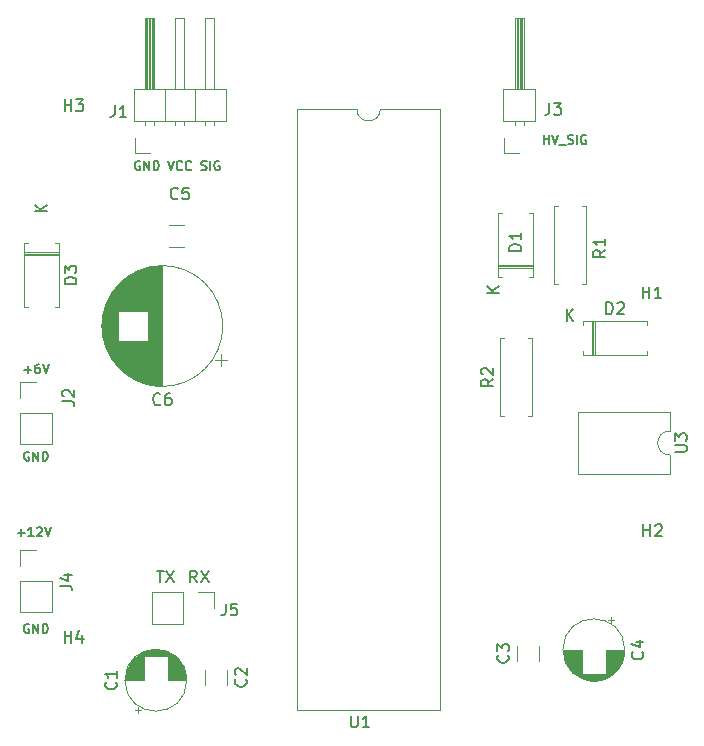
<source format=gbr>
%TF.GenerationSoftware,KiCad,Pcbnew,(5.1.6)-1*%
%TF.CreationDate,2020-08-29T18:26:14+02:00*%
%TF.ProjectId,ypvs,79707673-2e6b-4696-9361-645f70636258,rev?*%
%TF.SameCoordinates,Original*%
%TF.FileFunction,Legend,Top*%
%TF.FilePolarity,Positive*%
%FSLAX46Y46*%
G04 Gerber Fmt 4.6, Leading zero omitted, Abs format (unit mm)*
G04 Created by KiCad (PCBNEW (5.1.6)-1) date 2020-08-29 18:26:14*
%MOMM*%
%LPD*%
G01*
G04 APERTURE LIST*
%ADD10C,0.150000*%
%ADD11C,0.120000*%
G04 APERTURE END LIST*
D10*
X18219428Y-117219000D02*
X18146857Y-117182714D01*
X18038000Y-117182714D01*
X17929142Y-117219000D01*
X17856571Y-117291571D01*
X17820285Y-117364142D01*
X17784000Y-117509285D01*
X17784000Y-117618142D01*
X17820285Y-117763285D01*
X17856571Y-117835857D01*
X17929142Y-117908428D01*
X18038000Y-117944714D01*
X18110571Y-117944714D01*
X18219428Y-117908428D01*
X18255714Y-117872142D01*
X18255714Y-117618142D01*
X18110571Y-117618142D01*
X18582285Y-117944714D02*
X18582285Y-117182714D01*
X19017714Y-117944714D01*
X19017714Y-117182714D01*
X19380571Y-117944714D02*
X19380571Y-117182714D01*
X19562000Y-117182714D01*
X19670857Y-117219000D01*
X19743428Y-117291571D01*
X19779714Y-117364142D01*
X19816000Y-117509285D01*
X19816000Y-117618142D01*
X19779714Y-117763285D01*
X19743428Y-117835857D01*
X19670857Y-117908428D01*
X19562000Y-117944714D01*
X19380571Y-117944714D01*
X17257428Y-109454428D02*
X17838000Y-109454428D01*
X17547714Y-109744714D02*
X17547714Y-109164142D01*
X18600000Y-109744714D02*
X18164571Y-109744714D01*
X18382285Y-109744714D02*
X18382285Y-108982714D01*
X18309714Y-109091571D01*
X18237142Y-109164142D01*
X18164571Y-109200428D01*
X18890285Y-109055285D02*
X18926571Y-109019000D01*
X18999142Y-108982714D01*
X19180571Y-108982714D01*
X19253142Y-109019000D01*
X19289428Y-109055285D01*
X19325714Y-109127857D01*
X19325714Y-109200428D01*
X19289428Y-109309285D01*
X18854000Y-109744714D01*
X19325714Y-109744714D01*
X19543428Y-108982714D02*
X19797428Y-109744714D01*
X20051428Y-108982714D01*
X18219428Y-102619000D02*
X18146857Y-102582714D01*
X18038000Y-102582714D01*
X17929142Y-102619000D01*
X17856571Y-102691571D01*
X17820285Y-102764142D01*
X17784000Y-102909285D01*
X17784000Y-103018142D01*
X17820285Y-103163285D01*
X17856571Y-103235857D01*
X17929142Y-103308428D01*
X18038000Y-103344714D01*
X18110571Y-103344714D01*
X18219428Y-103308428D01*
X18255714Y-103272142D01*
X18255714Y-103018142D01*
X18110571Y-103018142D01*
X18582285Y-103344714D02*
X18582285Y-102582714D01*
X19017714Y-103344714D01*
X19017714Y-102582714D01*
X19380571Y-103344714D02*
X19380571Y-102582714D01*
X19562000Y-102582714D01*
X19670857Y-102619000D01*
X19743428Y-102691571D01*
X19779714Y-102764142D01*
X19816000Y-102909285D01*
X19816000Y-103018142D01*
X19779714Y-103163285D01*
X19743428Y-103235857D01*
X19670857Y-103308428D01*
X19562000Y-103344714D01*
X19380571Y-103344714D01*
X17820285Y-95654428D02*
X18400857Y-95654428D01*
X18110571Y-95944714D02*
X18110571Y-95364142D01*
X19090285Y-95182714D02*
X18945142Y-95182714D01*
X18872571Y-95219000D01*
X18836285Y-95255285D01*
X18763714Y-95364142D01*
X18727428Y-95509285D01*
X18727428Y-95799571D01*
X18763714Y-95872142D01*
X18800000Y-95908428D01*
X18872571Y-95944714D01*
X19017714Y-95944714D01*
X19090285Y-95908428D01*
X19126571Y-95872142D01*
X19162857Y-95799571D01*
X19162857Y-95618142D01*
X19126571Y-95545571D01*
X19090285Y-95509285D01*
X19017714Y-95473000D01*
X18872571Y-95473000D01*
X18800000Y-95509285D01*
X18763714Y-95545571D01*
X18727428Y-95618142D01*
X19380571Y-95182714D02*
X19634571Y-95944714D01*
X19888571Y-95182714D01*
X61840142Y-76544714D02*
X61840142Y-75782714D01*
X61840142Y-76145571D02*
X62275571Y-76145571D01*
X62275571Y-76544714D02*
X62275571Y-75782714D01*
X62529571Y-75782714D02*
X62783571Y-76544714D01*
X63037571Y-75782714D01*
X63110142Y-76617285D02*
X63690714Y-76617285D01*
X63835857Y-76508428D02*
X63944714Y-76544714D01*
X64126142Y-76544714D01*
X64198714Y-76508428D01*
X64235000Y-76472142D01*
X64271285Y-76399571D01*
X64271285Y-76327000D01*
X64235000Y-76254428D01*
X64198714Y-76218142D01*
X64126142Y-76181857D01*
X63981000Y-76145571D01*
X63908428Y-76109285D01*
X63872142Y-76073000D01*
X63835857Y-76000428D01*
X63835857Y-75927857D01*
X63872142Y-75855285D01*
X63908428Y-75819000D01*
X63981000Y-75782714D01*
X64162428Y-75782714D01*
X64271285Y-75819000D01*
X64597857Y-76544714D02*
X64597857Y-75782714D01*
X65359857Y-75819000D02*
X65287285Y-75782714D01*
X65178428Y-75782714D01*
X65069571Y-75819000D01*
X64997000Y-75891571D01*
X64960714Y-75964142D01*
X64924428Y-76109285D01*
X64924428Y-76218142D01*
X64960714Y-76363285D01*
X64997000Y-76435857D01*
X65069571Y-76508428D01*
X65178428Y-76544714D01*
X65251000Y-76544714D01*
X65359857Y-76508428D01*
X65396142Y-76472142D01*
X65396142Y-76218142D01*
X65251000Y-76218142D01*
X32819857Y-78708428D02*
X32928714Y-78744714D01*
X33110142Y-78744714D01*
X33182714Y-78708428D01*
X33219000Y-78672142D01*
X33255285Y-78599571D01*
X33255285Y-78527000D01*
X33219000Y-78454428D01*
X33182714Y-78418142D01*
X33110142Y-78381857D01*
X32965000Y-78345571D01*
X32892428Y-78309285D01*
X32856142Y-78273000D01*
X32819857Y-78200428D01*
X32819857Y-78127857D01*
X32856142Y-78055285D01*
X32892428Y-78019000D01*
X32965000Y-77982714D01*
X33146428Y-77982714D01*
X33255285Y-78019000D01*
X33581857Y-78744714D02*
X33581857Y-77982714D01*
X34343857Y-78019000D02*
X34271285Y-77982714D01*
X34162428Y-77982714D01*
X34053571Y-78019000D01*
X33981000Y-78091571D01*
X33944714Y-78164142D01*
X33908428Y-78309285D01*
X33908428Y-78418142D01*
X33944714Y-78563285D01*
X33981000Y-78635857D01*
X34053571Y-78708428D01*
X34162428Y-78744714D01*
X34235000Y-78744714D01*
X34343857Y-78708428D01*
X34380142Y-78672142D01*
X34380142Y-78418142D01*
X34235000Y-78418142D01*
X29984000Y-77982714D02*
X30238000Y-78744714D01*
X30492000Y-77982714D01*
X31181428Y-78672142D02*
X31145142Y-78708428D01*
X31036285Y-78744714D01*
X30963714Y-78744714D01*
X30854857Y-78708428D01*
X30782285Y-78635857D01*
X30746000Y-78563285D01*
X30709714Y-78418142D01*
X30709714Y-78309285D01*
X30746000Y-78164142D01*
X30782285Y-78091571D01*
X30854857Y-78019000D01*
X30963714Y-77982714D01*
X31036285Y-77982714D01*
X31145142Y-78019000D01*
X31181428Y-78055285D01*
X31943428Y-78672142D02*
X31907142Y-78708428D01*
X31798285Y-78744714D01*
X31725714Y-78744714D01*
X31616857Y-78708428D01*
X31544285Y-78635857D01*
X31508000Y-78563285D01*
X31471714Y-78418142D01*
X31471714Y-78309285D01*
X31508000Y-78164142D01*
X31544285Y-78091571D01*
X31616857Y-78019000D01*
X31725714Y-77982714D01*
X31798285Y-77982714D01*
X31907142Y-78019000D01*
X31943428Y-78055285D01*
X27619428Y-78019000D02*
X27546857Y-77982714D01*
X27438000Y-77982714D01*
X27329142Y-78019000D01*
X27256571Y-78091571D01*
X27220285Y-78164142D01*
X27184000Y-78309285D01*
X27184000Y-78418142D01*
X27220285Y-78563285D01*
X27256571Y-78635857D01*
X27329142Y-78708428D01*
X27438000Y-78744714D01*
X27510571Y-78744714D01*
X27619428Y-78708428D01*
X27655714Y-78672142D01*
X27655714Y-78418142D01*
X27510571Y-78418142D01*
X27982285Y-78744714D02*
X27982285Y-77982714D01*
X28417714Y-78744714D01*
X28417714Y-77982714D01*
X28780571Y-78744714D02*
X28780571Y-77982714D01*
X28962000Y-77982714D01*
X29070857Y-78019000D01*
X29143428Y-78091571D01*
X29179714Y-78164142D01*
X29216000Y-78309285D01*
X29216000Y-78418142D01*
X29179714Y-78563285D01*
X29143428Y-78635857D01*
X29070857Y-78708428D01*
X28962000Y-78744714D01*
X28780571Y-78744714D01*
X32433333Y-113652380D02*
X32100000Y-113176190D01*
X31861904Y-113652380D02*
X31861904Y-112652380D01*
X32242857Y-112652380D01*
X32338095Y-112700000D01*
X32385714Y-112747619D01*
X32433333Y-112842857D01*
X32433333Y-112985714D01*
X32385714Y-113080952D01*
X32338095Y-113128571D01*
X32242857Y-113176190D01*
X31861904Y-113176190D01*
X32766666Y-112652380D02*
X33433333Y-113652380D01*
X33433333Y-112652380D02*
X32766666Y-113652380D01*
X29038095Y-112652380D02*
X29609523Y-112652380D01*
X29323809Y-113652380D02*
X29323809Y-112652380D01*
X29847619Y-112652380D02*
X30514285Y-113652380D01*
X30514285Y-112652380D02*
X29847619Y-113652380D01*
D11*
%TO.C,U3*%
X72450000Y-100854000D02*
X72450000Y-99204000D01*
X72450000Y-99204000D02*
X64710000Y-99204000D01*
X64710000Y-99204000D02*
X64710000Y-104504000D01*
X64710000Y-104504000D02*
X72450000Y-104504000D01*
X72450000Y-104504000D02*
X72450000Y-102854000D01*
X72450000Y-102854000D02*
G75*
G02*
X72450000Y-100854000I0J1000000D01*
G01*
%TO.C,C1*%
X27231000Y-124490775D02*
X27731000Y-124490775D01*
X27481000Y-124740775D02*
X27481000Y-124240775D01*
X28672000Y-119335000D02*
X29240000Y-119335000D01*
X28438000Y-119375000D02*
X29474000Y-119375000D01*
X28279000Y-119415000D02*
X29633000Y-119415000D01*
X28151000Y-119455000D02*
X29761000Y-119455000D01*
X28041000Y-119495000D02*
X29871000Y-119495000D01*
X27945000Y-119535000D02*
X29967000Y-119535000D01*
X27858000Y-119575000D02*
X30054000Y-119575000D01*
X27778000Y-119615000D02*
X30134000Y-119615000D01*
X27705000Y-119655000D02*
X30207000Y-119655000D01*
X27637000Y-119695000D02*
X30275000Y-119695000D01*
X27573000Y-119735000D02*
X30339000Y-119735000D01*
X27513000Y-119775000D02*
X30399000Y-119775000D01*
X27456000Y-119815000D02*
X30456000Y-119815000D01*
X27402000Y-119855000D02*
X30510000Y-119855000D01*
X27351000Y-119895000D02*
X30561000Y-119895000D01*
X29996000Y-119935000D02*
X30609000Y-119935000D01*
X27303000Y-119935000D02*
X27916000Y-119935000D01*
X29996000Y-119975000D02*
X30655000Y-119975000D01*
X27257000Y-119975000D02*
X27916000Y-119975000D01*
X29996000Y-120015000D02*
X30699000Y-120015000D01*
X27213000Y-120015000D02*
X27916000Y-120015000D01*
X29996000Y-120055000D02*
X30741000Y-120055000D01*
X27171000Y-120055000D02*
X27916000Y-120055000D01*
X29996000Y-120095000D02*
X30782000Y-120095000D01*
X27130000Y-120095000D02*
X27916000Y-120095000D01*
X29996000Y-120135000D02*
X30820000Y-120135000D01*
X27092000Y-120135000D02*
X27916000Y-120135000D01*
X29996000Y-120175000D02*
X30857000Y-120175000D01*
X27055000Y-120175000D02*
X27916000Y-120175000D01*
X29996000Y-120215000D02*
X30893000Y-120215000D01*
X27019000Y-120215000D02*
X27916000Y-120215000D01*
X29996000Y-120255000D02*
X30927000Y-120255000D01*
X26985000Y-120255000D02*
X27916000Y-120255000D01*
X29996000Y-120295000D02*
X30960000Y-120295000D01*
X26952000Y-120295000D02*
X27916000Y-120295000D01*
X29996000Y-120335000D02*
X30991000Y-120335000D01*
X26921000Y-120335000D02*
X27916000Y-120335000D01*
X29996000Y-120375000D02*
X31021000Y-120375000D01*
X26891000Y-120375000D02*
X27916000Y-120375000D01*
X29996000Y-120415000D02*
X31051000Y-120415000D01*
X26861000Y-120415000D02*
X27916000Y-120415000D01*
X29996000Y-120455000D02*
X31078000Y-120455000D01*
X26834000Y-120455000D02*
X27916000Y-120455000D01*
X29996000Y-120495000D02*
X31105000Y-120495000D01*
X26807000Y-120495000D02*
X27916000Y-120495000D01*
X29996000Y-120535000D02*
X31131000Y-120535000D01*
X26781000Y-120535000D02*
X27916000Y-120535000D01*
X29996000Y-120575000D02*
X31156000Y-120575000D01*
X26756000Y-120575000D02*
X27916000Y-120575000D01*
X29996000Y-120615000D02*
X31180000Y-120615000D01*
X26732000Y-120615000D02*
X27916000Y-120615000D01*
X29996000Y-120655000D02*
X31203000Y-120655000D01*
X26709000Y-120655000D02*
X27916000Y-120655000D01*
X29996000Y-120695000D02*
X31224000Y-120695000D01*
X26688000Y-120695000D02*
X27916000Y-120695000D01*
X29996000Y-120735000D02*
X31246000Y-120735000D01*
X26666000Y-120735000D02*
X27916000Y-120735000D01*
X29996000Y-120775000D02*
X31266000Y-120775000D01*
X26646000Y-120775000D02*
X27916000Y-120775000D01*
X29996000Y-120815000D02*
X31285000Y-120815000D01*
X26627000Y-120815000D02*
X27916000Y-120815000D01*
X29996000Y-120855000D02*
X31304000Y-120855000D01*
X26608000Y-120855000D02*
X27916000Y-120855000D01*
X29996000Y-120895000D02*
X31321000Y-120895000D01*
X26591000Y-120895000D02*
X27916000Y-120895000D01*
X29996000Y-120935000D02*
X31338000Y-120935000D01*
X26574000Y-120935000D02*
X27916000Y-120935000D01*
X29996000Y-120975000D02*
X31354000Y-120975000D01*
X26558000Y-120975000D02*
X27916000Y-120975000D01*
X29996000Y-121015000D02*
X31370000Y-121015000D01*
X26542000Y-121015000D02*
X27916000Y-121015000D01*
X29996000Y-121055000D02*
X31384000Y-121055000D01*
X26528000Y-121055000D02*
X27916000Y-121055000D01*
X29996000Y-121095000D02*
X31398000Y-121095000D01*
X26514000Y-121095000D02*
X27916000Y-121095000D01*
X29996000Y-121135000D02*
X31411000Y-121135000D01*
X26501000Y-121135000D02*
X27916000Y-121135000D01*
X29996000Y-121175000D02*
X31424000Y-121175000D01*
X26488000Y-121175000D02*
X27916000Y-121175000D01*
X29996000Y-121215000D02*
X31436000Y-121215000D01*
X26476000Y-121215000D02*
X27916000Y-121215000D01*
X29996000Y-121256000D02*
X31447000Y-121256000D01*
X26465000Y-121256000D02*
X27916000Y-121256000D01*
X29996000Y-121296000D02*
X31457000Y-121296000D01*
X26455000Y-121296000D02*
X27916000Y-121296000D01*
X29996000Y-121336000D02*
X31467000Y-121336000D01*
X26445000Y-121336000D02*
X27916000Y-121336000D01*
X29996000Y-121376000D02*
X31476000Y-121376000D01*
X26436000Y-121376000D02*
X27916000Y-121376000D01*
X29996000Y-121416000D02*
X31484000Y-121416000D01*
X26428000Y-121416000D02*
X27916000Y-121416000D01*
X29996000Y-121456000D02*
X31492000Y-121456000D01*
X26420000Y-121456000D02*
X27916000Y-121456000D01*
X29996000Y-121496000D02*
X31499000Y-121496000D01*
X26413000Y-121496000D02*
X27916000Y-121496000D01*
X29996000Y-121536000D02*
X31506000Y-121536000D01*
X26406000Y-121536000D02*
X27916000Y-121536000D01*
X29996000Y-121576000D02*
X31512000Y-121576000D01*
X26400000Y-121576000D02*
X27916000Y-121576000D01*
X29996000Y-121616000D02*
X31517000Y-121616000D01*
X26395000Y-121616000D02*
X27916000Y-121616000D01*
X29996000Y-121656000D02*
X31521000Y-121656000D01*
X26391000Y-121656000D02*
X27916000Y-121656000D01*
X29996000Y-121696000D02*
X31525000Y-121696000D01*
X26387000Y-121696000D02*
X27916000Y-121696000D01*
X29996000Y-121736000D02*
X31529000Y-121736000D01*
X26383000Y-121736000D02*
X27916000Y-121736000D01*
X29996000Y-121776000D02*
X31532000Y-121776000D01*
X26380000Y-121776000D02*
X27916000Y-121776000D01*
X29996000Y-121816000D02*
X31534000Y-121816000D01*
X26378000Y-121816000D02*
X27916000Y-121816000D01*
X29996000Y-121856000D02*
X31535000Y-121856000D01*
X26377000Y-121856000D02*
X27916000Y-121856000D01*
X26376000Y-121896000D02*
X27916000Y-121896000D01*
X29996000Y-121896000D02*
X31536000Y-121896000D01*
X26376000Y-121936000D02*
X27916000Y-121936000D01*
X29996000Y-121936000D02*
X31536000Y-121936000D01*
X31576000Y-121936000D02*
G75*
G03*
X31576000Y-121936000I-2620000J0D01*
G01*
%TO.C,C2*%
X34956000Y-122315000D02*
X34956000Y-121057000D01*
X33116000Y-122315000D02*
X33116000Y-121057000D01*
%TO.C,C3*%
X59532000Y-120283000D02*
X59532000Y-119025000D01*
X61372000Y-120283000D02*
X61372000Y-119025000D01*
%TO.C,C4*%
X68660000Y-119364000D02*
G75*
G03*
X68660000Y-119364000I-2620000J0D01*
G01*
X65000000Y-119364000D02*
X63460000Y-119364000D01*
X68620000Y-119364000D02*
X67080000Y-119364000D01*
X65000000Y-119404000D02*
X63460000Y-119404000D01*
X68620000Y-119404000D02*
X67080000Y-119404000D01*
X68619000Y-119444000D02*
X67080000Y-119444000D01*
X65000000Y-119444000D02*
X63461000Y-119444000D01*
X68618000Y-119484000D02*
X67080000Y-119484000D01*
X65000000Y-119484000D02*
X63462000Y-119484000D01*
X68616000Y-119524000D02*
X67080000Y-119524000D01*
X65000000Y-119524000D02*
X63464000Y-119524000D01*
X68613000Y-119564000D02*
X67080000Y-119564000D01*
X65000000Y-119564000D02*
X63467000Y-119564000D01*
X68609000Y-119604000D02*
X67080000Y-119604000D01*
X65000000Y-119604000D02*
X63471000Y-119604000D01*
X68605000Y-119644000D02*
X67080000Y-119644000D01*
X65000000Y-119644000D02*
X63475000Y-119644000D01*
X68601000Y-119684000D02*
X67080000Y-119684000D01*
X65000000Y-119684000D02*
X63479000Y-119684000D01*
X68596000Y-119724000D02*
X67080000Y-119724000D01*
X65000000Y-119724000D02*
X63484000Y-119724000D01*
X68590000Y-119764000D02*
X67080000Y-119764000D01*
X65000000Y-119764000D02*
X63490000Y-119764000D01*
X68583000Y-119804000D02*
X67080000Y-119804000D01*
X65000000Y-119804000D02*
X63497000Y-119804000D01*
X68576000Y-119844000D02*
X67080000Y-119844000D01*
X65000000Y-119844000D02*
X63504000Y-119844000D01*
X68568000Y-119884000D02*
X67080000Y-119884000D01*
X65000000Y-119884000D02*
X63512000Y-119884000D01*
X68560000Y-119924000D02*
X67080000Y-119924000D01*
X65000000Y-119924000D02*
X63520000Y-119924000D01*
X68551000Y-119964000D02*
X67080000Y-119964000D01*
X65000000Y-119964000D02*
X63529000Y-119964000D01*
X68541000Y-120004000D02*
X67080000Y-120004000D01*
X65000000Y-120004000D02*
X63539000Y-120004000D01*
X68531000Y-120044000D02*
X67080000Y-120044000D01*
X65000000Y-120044000D02*
X63549000Y-120044000D01*
X68520000Y-120085000D02*
X67080000Y-120085000D01*
X65000000Y-120085000D02*
X63560000Y-120085000D01*
X68508000Y-120125000D02*
X67080000Y-120125000D01*
X65000000Y-120125000D02*
X63572000Y-120125000D01*
X68495000Y-120165000D02*
X67080000Y-120165000D01*
X65000000Y-120165000D02*
X63585000Y-120165000D01*
X68482000Y-120205000D02*
X67080000Y-120205000D01*
X65000000Y-120205000D02*
X63598000Y-120205000D01*
X68468000Y-120245000D02*
X67080000Y-120245000D01*
X65000000Y-120245000D02*
X63612000Y-120245000D01*
X68454000Y-120285000D02*
X67080000Y-120285000D01*
X65000000Y-120285000D02*
X63626000Y-120285000D01*
X68438000Y-120325000D02*
X67080000Y-120325000D01*
X65000000Y-120325000D02*
X63642000Y-120325000D01*
X68422000Y-120365000D02*
X67080000Y-120365000D01*
X65000000Y-120365000D02*
X63658000Y-120365000D01*
X68405000Y-120405000D02*
X67080000Y-120405000D01*
X65000000Y-120405000D02*
X63675000Y-120405000D01*
X68388000Y-120445000D02*
X67080000Y-120445000D01*
X65000000Y-120445000D02*
X63692000Y-120445000D01*
X68369000Y-120485000D02*
X67080000Y-120485000D01*
X65000000Y-120485000D02*
X63711000Y-120485000D01*
X68350000Y-120525000D02*
X67080000Y-120525000D01*
X65000000Y-120525000D02*
X63730000Y-120525000D01*
X68330000Y-120565000D02*
X67080000Y-120565000D01*
X65000000Y-120565000D02*
X63750000Y-120565000D01*
X68308000Y-120605000D02*
X67080000Y-120605000D01*
X65000000Y-120605000D02*
X63772000Y-120605000D01*
X68287000Y-120645000D02*
X67080000Y-120645000D01*
X65000000Y-120645000D02*
X63793000Y-120645000D01*
X68264000Y-120685000D02*
X67080000Y-120685000D01*
X65000000Y-120685000D02*
X63816000Y-120685000D01*
X68240000Y-120725000D02*
X67080000Y-120725000D01*
X65000000Y-120725000D02*
X63840000Y-120725000D01*
X68215000Y-120765000D02*
X67080000Y-120765000D01*
X65000000Y-120765000D02*
X63865000Y-120765000D01*
X68189000Y-120805000D02*
X67080000Y-120805000D01*
X65000000Y-120805000D02*
X63891000Y-120805000D01*
X68162000Y-120845000D02*
X67080000Y-120845000D01*
X65000000Y-120845000D02*
X63918000Y-120845000D01*
X68135000Y-120885000D02*
X67080000Y-120885000D01*
X65000000Y-120885000D02*
X63945000Y-120885000D01*
X68105000Y-120925000D02*
X67080000Y-120925000D01*
X65000000Y-120925000D02*
X63975000Y-120925000D01*
X68075000Y-120965000D02*
X67080000Y-120965000D01*
X65000000Y-120965000D02*
X64005000Y-120965000D01*
X68044000Y-121005000D02*
X67080000Y-121005000D01*
X65000000Y-121005000D02*
X64036000Y-121005000D01*
X68011000Y-121045000D02*
X67080000Y-121045000D01*
X65000000Y-121045000D02*
X64069000Y-121045000D01*
X67977000Y-121085000D02*
X67080000Y-121085000D01*
X65000000Y-121085000D02*
X64103000Y-121085000D01*
X67941000Y-121125000D02*
X67080000Y-121125000D01*
X65000000Y-121125000D02*
X64139000Y-121125000D01*
X67904000Y-121165000D02*
X67080000Y-121165000D01*
X65000000Y-121165000D02*
X64176000Y-121165000D01*
X67866000Y-121205000D02*
X67080000Y-121205000D01*
X65000000Y-121205000D02*
X64214000Y-121205000D01*
X67825000Y-121245000D02*
X67080000Y-121245000D01*
X65000000Y-121245000D02*
X64255000Y-121245000D01*
X67783000Y-121285000D02*
X67080000Y-121285000D01*
X65000000Y-121285000D02*
X64297000Y-121285000D01*
X67739000Y-121325000D02*
X67080000Y-121325000D01*
X65000000Y-121325000D02*
X64341000Y-121325000D01*
X67693000Y-121365000D02*
X67080000Y-121365000D01*
X65000000Y-121365000D02*
X64387000Y-121365000D01*
X67645000Y-121405000D02*
X64435000Y-121405000D01*
X67594000Y-121445000D02*
X64486000Y-121445000D01*
X67540000Y-121485000D02*
X64540000Y-121485000D01*
X67483000Y-121525000D02*
X64597000Y-121525000D01*
X67423000Y-121565000D02*
X64657000Y-121565000D01*
X67359000Y-121605000D02*
X64721000Y-121605000D01*
X67291000Y-121645000D02*
X64789000Y-121645000D01*
X67218000Y-121685000D02*
X64862000Y-121685000D01*
X67138000Y-121725000D02*
X64942000Y-121725000D01*
X67051000Y-121765000D02*
X65029000Y-121765000D01*
X66955000Y-121805000D02*
X65125000Y-121805000D01*
X66845000Y-121845000D02*
X65235000Y-121845000D01*
X66717000Y-121885000D02*
X65363000Y-121885000D01*
X66558000Y-121925000D02*
X65522000Y-121925000D01*
X66324000Y-121965000D02*
X65756000Y-121965000D01*
X67515000Y-116559225D02*
X67515000Y-117059225D01*
X67765000Y-116809225D02*
X67265000Y-116809225D01*
%TO.C,C5*%
X30085000Y-83408000D02*
X31343000Y-83408000D01*
X30085000Y-85248000D02*
X31343000Y-85248000D01*
%TO.C,C6*%
X34624000Y-91948000D02*
G75*
G03*
X34624000Y-91948000I-5120000J0D01*
G01*
X29504000Y-97028000D02*
X29504000Y-86868000D01*
X29464000Y-97028000D02*
X29464000Y-86868000D01*
X29424000Y-97028000D02*
X29424000Y-86868000D01*
X29384000Y-97027000D02*
X29384000Y-86869000D01*
X29344000Y-97026000D02*
X29344000Y-86870000D01*
X29304000Y-97025000D02*
X29304000Y-86871000D01*
X29264000Y-97023000D02*
X29264000Y-86873000D01*
X29224000Y-97021000D02*
X29224000Y-86875000D01*
X29184000Y-97018000D02*
X29184000Y-86878000D01*
X29144000Y-97016000D02*
X29144000Y-86880000D01*
X29104000Y-97013000D02*
X29104000Y-86883000D01*
X29064000Y-97010000D02*
X29064000Y-86886000D01*
X29024000Y-97006000D02*
X29024000Y-86890000D01*
X28984000Y-97002000D02*
X28984000Y-86894000D01*
X28944000Y-96998000D02*
X28944000Y-86898000D01*
X28904000Y-96993000D02*
X28904000Y-86903000D01*
X28864000Y-96988000D02*
X28864000Y-86908000D01*
X28824000Y-96983000D02*
X28824000Y-86913000D01*
X28783000Y-96978000D02*
X28783000Y-86918000D01*
X28743000Y-96972000D02*
X28743000Y-86924000D01*
X28703000Y-96966000D02*
X28703000Y-86930000D01*
X28663000Y-96959000D02*
X28663000Y-86937000D01*
X28623000Y-96952000D02*
X28623000Y-86944000D01*
X28583000Y-96945000D02*
X28583000Y-86951000D01*
X28543000Y-96938000D02*
X28543000Y-86958000D01*
X28503000Y-96930000D02*
X28503000Y-86966000D01*
X28463000Y-96922000D02*
X28463000Y-86974000D01*
X28423000Y-96913000D02*
X28423000Y-86983000D01*
X28383000Y-96904000D02*
X28383000Y-86992000D01*
X28343000Y-96895000D02*
X28343000Y-87001000D01*
X28303000Y-96886000D02*
X28303000Y-87010000D01*
X28263000Y-96876000D02*
X28263000Y-87020000D01*
X28223000Y-96866000D02*
X28223000Y-93189000D01*
X28223000Y-90707000D02*
X28223000Y-87030000D01*
X28183000Y-96855000D02*
X28183000Y-93189000D01*
X28183000Y-90707000D02*
X28183000Y-87041000D01*
X28143000Y-96845000D02*
X28143000Y-93189000D01*
X28143000Y-90707000D02*
X28143000Y-87051000D01*
X28103000Y-96833000D02*
X28103000Y-93189000D01*
X28103000Y-90707000D02*
X28103000Y-87063000D01*
X28063000Y-96822000D02*
X28063000Y-93189000D01*
X28063000Y-90707000D02*
X28063000Y-87074000D01*
X28023000Y-96810000D02*
X28023000Y-93189000D01*
X28023000Y-90707000D02*
X28023000Y-87086000D01*
X27983000Y-96798000D02*
X27983000Y-93189000D01*
X27983000Y-90707000D02*
X27983000Y-87098000D01*
X27943000Y-96785000D02*
X27943000Y-93189000D01*
X27943000Y-90707000D02*
X27943000Y-87111000D01*
X27903000Y-96772000D02*
X27903000Y-93189000D01*
X27903000Y-90707000D02*
X27903000Y-87124000D01*
X27863000Y-96759000D02*
X27863000Y-93189000D01*
X27863000Y-90707000D02*
X27863000Y-87137000D01*
X27823000Y-96745000D02*
X27823000Y-93189000D01*
X27823000Y-90707000D02*
X27823000Y-87151000D01*
X27783000Y-96731000D02*
X27783000Y-93189000D01*
X27783000Y-90707000D02*
X27783000Y-87165000D01*
X27743000Y-96716000D02*
X27743000Y-93189000D01*
X27743000Y-90707000D02*
X27743000Y-87180000D01*
X27703000Y-96702000D02*
X27703000Y-93189000D01*
X27703000Y-90707000D02*
X27703000Y-87194000D01*
X27663000Y-96686000D02*
X27663000Y-93189000D01*
X27663000Y-90707000D02*
X27663000Y-87210000D01*
X27623000Y-96671000D02*
X27623000Y-93189000D01*
X27623000Y-90707000D02*
X27623000Y-87225000D01*
X27583000Y-96655000D02*
X27583000Y-93189000D01*
X27583000Y-90707000D02*
X27583000Y-87241000D01*
X27543000Y-96638000D02*
X27543000Y-93189000D01*
X27543000Y-90707000D02*
X27543000Y-87258000D01*
X27503000Y-96622000D02*
X27503000Y-93189000D01*
X27503000Y-90707000D02*
X27503000Y-87274000D01*
X27463000Y-96605000D02*
X27463000Y-93189000D01*
X27463000Y-90707000D02*
X27463000Y-87291000D01*
X27423000Y-96587000D02*
X27423000Y-93189000D01*
X27423000Y-90707000D02*
X27423000Y-87309000D01*
X27383000Y-96569000D02*
X27383000Y-93189000D01*
X27383000Y-90707000D02*
X27383000Y-87327000D01*
X27343000Y-96551000D02*
X27343000Y-93189000D01*
X27343000Y-90707000D02*
X27343000Y-87345000D01*
X27303000Y-96532000D02*
X27303000Y-93189000D01*
X27303000Y-90707000D02*
X27303000Y-87364000D01*
X27263000Y-96512000D02*
X27263000Y-93189000D01*
X27263000Y-90707000D02*
X27263000Y-87384000D01*
X27223000Y-96493000D02*
X27223000Y-93189000D01*
X27223000Y-90707000D02*
X27223000Y-87403000D01*
X27183000Y-96473000D02*
X27183000Y-93189000D01*
X27183000Y-90707000D02*
X27183000Y-87423000D01*
X27143000Y-96452000D02*
X27143000Y-93189000D01*
X27143000Y-90707000D02*
X27143000Y-87444000D01*
X27103000Y-96431000D02*
X27103000Y-93189000D01*
X27103000Y-90707000D02*
X27103000Y-87465000D01*
X27063000Y-96410000D02*
X27063000Y-93189000D01*
X27063000Y-90707000D02*
X27063000Y-87486000D01*
X27023000Y-96388000D02*
X27023000Y-93189000D01*
X27023000Y-90707000D02*
X27023000Y-87508000D01*
X26983000Y-96365000D02*
X26983000Y-93189000D01*
X26983000Y-90707000D02*
X26983000Y-87531000D01*
X26943000Y-96343000D02*
X26943000Y-93189000D01*
X26943000Y-90707000D02*
X26943000Y-87553000D01*
X26903000Y-96319000D02*
X26903000Y-93189000D01*
X26903000Y-90707000D02*
X26903000Y-87577000D01*
X26863000Y-96295000D02*
X26863000Y-93189000D01*
X26863000Y-90707000D02*
X26863000Y-87601000D01*
X26823000Y-96271000D02*
X26823000Y-93189000D01*
X26823000Y-90707000D02*
X26823000Y-87625000D01*
X26783000Y-96246000D02*
X26783000Y-93189000D01*
X26783000Y-90707000D02*
X26783000Y-87650000D01*
X26743000Y-96221000D02*
X26743000Y-93189000D01*
X26743000Y-90707000D02*
X26743000Y-87675000D01*
X26703000Y-96195000D02*
X26703000Y-93189000D01*
X26703000Y-90707000D02*
X26703000Y-87701000D01*
X26663000Y-96169000D02*
X26663000Y-93189000D01*
X26663000Y-90707000D02*
X26663000Y-87727000D01*
X26623000Y-96142000D02*
X26623000Y-93189000D01*
X26623000Y-90707000D02*
X26623000Y-87754000D01*
X26583000Y-96114000D02*
X26583000Y-93189000D01*
X26583000Y-90707000D02*
X26583000Y-87782000D01*
X26543000Y-96086000D02*
X26543000Y-93189000D01*
X26543000Y-90707000D02*
X26543000Y-87810000D01*
X26503000Y-96058000D02*
X26503000Y-93189000D01*
X26503000Y-90707000D02*
X26503000Y-87838000D01*
X26463000Y-96028000D02*
X26463000Y-93189000D01*
X26463000Y-90707000D02*
X26463000Y-87868000D01*
X26423000Y-95998000D02*
X26423000Y-93189000D01*
X26423000Y-90707000D02*
X26423000Y-87898000D01*
X26383000Y-95968000D02*
X26383000Y-93189000D01*
X26383000Y-90707000D02*
X26383000Y-87928000D01*
X26343000Y-95937000D02*
X26343000Y-93189000D01*
X26343000Y-90707000D02*
X26343000Y-87959000D01*
X26303000Y-95905000D02*
X26303000Y-93189000D01*
X26303000Y-90707000D02*
X26303000Y-87991000D01*
X26263000Y-95873000D02*
X26263000Y-93189000D01*
X26263000Y-90707000D02*
X26263000Y-88023000D01*
X26223000Y-95840000D02*
X26223000Y-93189000D01*
X26223000Y-90707000D02*
X26223000Y-88056000D01*
X26183000Y-95806000D02*
X26183000Y-93189000D01*
X26183000Y-90707000D02*
X26183000Y-88090000D01*
X26143000Y-95772000D02*
X26143000Y-93189000D01*
X26143000Y-90707000D02*
X26143000Y-88124000D01*
X26103000Y-95737000D02*
X26103000Y-93189000D01*
X26103000Y-90707000D02*
X26103000Y-88159000D01*
X26063000Y-95701000D02*
X26063000Y-93189000D01*
X26063000Y-90707000D02*
X26063000Y-88195000D01*
X26023000Y-95664000D02*
X26023000Y-93189000D01*
X26023000Y-90707000D02*
X26023000Y-88232000D01*
X25983000Y-95627000D02*
X25983000Y-93189000D01*
X25983000Y-90707000D02*
X25983000Y-88269000D01*
X25943000Y-95588000D02*
X25943000Y-93189000D01*
X25943000Y-90707000D02*
X25943000Y-88308000D01*
X25903000Y-95549000D02*
X25903000Y-93189000D01*
X25903000Y-90707000D02*
X25903000Y-88347000D01*
X25863000Y-95509000D02*
X25863000Y-93189000D01*
X25863000Y-90707000D02*
X25863000Y-88387000D01*
X25823000Y-95468000D02*
X25823000Y-93189000D01*
X25823000Y-90707000D02*
X25823000Y-88428000D01*
X25783000Y-95426000D02*
X25783000Y-93189000D01*
X25783000Y-90707000D02*
X25783000Y-88470000D01*
X25743000Y-95384000D02*
X25743000Y-88512000D01*
X25703000Y-95340000D02*
X25703000Y-88556000D01*
X25663000Y-95295000D02*
X25663000Y-88601000D01*
X25623000Y-95249000D02*
X25623000Y-88647000D01*
X25583000Y-95202000D02*
X25583000Y-88694000D01*
X25543000Y-95154000D02*
X25543000Y-88742000D01*
X25503000Y-95104000D02*
X25503000Y-88792000D01*
X25463000Y-95054000D02*
X25463000Y-88842000D01*
X25423000Y-95002000D02*
X25423000Y-88894000D01*
X25383000Y-94948000D02*
X25383000Y-88948000D01*
X25343000Y-94893000D02*
X25343000Y-89003000D01*
X25303000Y-94837000D02*
X25303000Y-89059000D01*
X25263000Y-94778000D02*
X25263000Y-89118000D01*
X25223000Y-94718000D02*
X25223000Y-89178000D01*
X25183000Y-94657000D02*
X25183000Y-89239000D01*
X25143000Y-94593000D02*
X25143000Y-89303000D01*
X25103000Y-94527000D02*
X25103000Y-89369000D01*
X25063000Y-94458000D02*
X25063000Y-89438000D01*
X25023000Y-94387000D02*
X25023000Y-89509000D01*
X24983000Y-94313000D02*
X24983000Y-89583000D01*
X24943000Y-94237000D02*
X24943000Y-89659000D01*
X24903000Y-94157000D02*
X24903000Y-89739000D01*
X24863000Y-94073000D02*
X24863000Y-89823000D01*
X24823000Y-93985000D02*
X24823000Y-89911000D01*
X24783000Y-93892000D02*
X24783000Y-90004000D01*
X24743000Y-93794000D02*
X24743000Y-90102000D01*
X24703000Y-93690000D02*
X24703000Y-90206000D01*
X24663000Y-93578000D02*
X24663000Y-90318000D01*
X24623000Y-93458000D02*
X24623000Y-90438000D01*
X24583000Y-93326000D02*
X24583000Y-90570000D01*
X24543000Y-93178000D02*
X24543000Y-90718000D01*
X24503000Y-93010000D02*
X24503000Y-90886000D01*
X24463000Y-92810000D02*
X24463000Y-91086000D01*
X24423000Y-92547000D02*
X24423000Y-91349000D01*
X34983646Y-94823000D02*
X33983646Y-94823000D01*
X34483646Y-95323000D02*
X34483646Y-94323000D01*
%TO.C,D1*%
X58296000Y-87810000D02*
X57966000Y-87810000D01*
X57966000Y-87810000D02*
X57966000Y-82370000D01*
X57966000Y-82370000D02*
X58296000Y-82370000D01*
X60576000Y-87810000D02*
X60906000Y-87810000D01*
X60906000Y-87810000D02*
X60906000Y-82370000D01*
X60906000Y-82370000D02*
X60576000Y-82370000D01*
X57966000Y-86910000D02*
X60906000Y-86910000D01*
X57966000Y-86790000D02*
X60906000Y-86790000D01*
X57966000Y-87030000D02*
X60906000Y-87030000D01*
%TO.C,D2*%
X65878000Y-91494000D02*
X65878000Y-94434000D01*
X66118000Y-91494000D02*
X66118000Y-94434000D01*
X65998000Y-91494000D02*
X65998000Y-94434000D01*
X70538000Y-94434000D02*
X70538000Y-94104000D01*
X65098000Y-94434000D02*
X70538000Y-94434000D01*
X65098000Y-94104000D02*
X65098000Y-94434000D01*
X70538000Y-91494000D02*
X70538000Y-91824000D01*
X65098000Y-91494000D02*
X70538000Y-91494000D01*
X65098000Y-91824000D02*
X65098000Y-91494000D01*
%TO.C,J1*%
X27118000Y-74560000D02*
X34858000Y-74560000D01*
X34858000Y-74560000D02*
X34858000Y-71900000D01*
X34858000Y-71900000D02*
X27118000Y-71900000D01*
X27118000Y-71900000D02*
X27118000Y-74560000D01*
X28068000Y-71900000D02*
X28068000Y-65900000D01*
X28068000Y-65900000D02*
X28828000Y-65900000D01*
X28828000Y-65900000D02*
X28828000Y-71900000D01*
X28128000Y-71900000D02*
X28128000Y-65900000D01*
X28248000Y-71900000D02*
X28248000Y-65900000D01*
X28368000Y-71900000D02*
X28368000Y-65900000D01*
X28488000Y-71900000D02*
X28488000Y-65900000D01*
X28608000Y-71900000D02*
X28608000Y-65900000D01*
X28728000Y-71900000D02*
X28728000Y-65900000D01*
X28068000Y-74890000D02*
X28068000Y-74560000D01*
X28828000Y-74890000D02*
X28828000Y-74560000D01*
X29718000Y-74560000D02*
X29718000Y-71900000D01*
X30608000Y-71900000D02*
X30608000Y-65900000D01*
X30608000Y-65900000D02*
X31368000Y-65900000D01*
X31368000Y-65900000D02*
X31368000Y-71900000D01*
X30608000Y-74957071D02*
X30608000Y-74560000D01*
X31368000Y-74957071D02*
X31368000Y-74560000D01*
X32258000Y-74560000D02*
X32258000Y-71900000D01*
X33148000Y-71900000D02*
X33148000Y-65900000D01*
X33148000Y-65900000D02*
X33908000Y-65900000D01*
X33908000Y-65900000D02*
X33908000Y-71900000D01*
X33148000Y-74957071D02*
X33148000Y-74560000D01*
X33908000Y-74957071D02*
X33908000Y-74560000D01*
X28448000Y-77270000D02*
X27178000Y-77270000D01*
X27178000Y-77270000D02*
X27178000Y-76000000D01*
%TO.C,J2*%
X17466000Y-96714000D02*
X18796000Y-96714000D01*
X17466000Y-98044000D02*
X17466000Y-96714000D01*
X17466000Y-99314000D02*
X20126000Y-99314000D01*
X20126000Y-99314000D02*
X20126000Y-101914000D01*
X17466000Y-99314000D02*
X17466000Y-101914000D01*
X17466000Y-101914000D02*
X20126000Y-101914000D01*
%TO.C,J3*%
X58385400Y-74560000D02*
X61045400Y-74560000D01*
X61045400Y-74560000D02*
X61045400Y-71900000D01*
X61045400Y-71900000D02*
X58385400Y-71900000D01*
X58385400Y-71900000D02*
X58385400Y-74560000D01*
X59335400Y-71900000D02*
X59335400Y-65900000D01*
X59335400Y-65900000D02*
X60095400Y-65900000D01*
X60095400Y-65900000D02*
X60095400Y-71900000D01*
X59395400Y-71900000D02*
X59395400Y-65900000D01*
X59515400Y-71900000D02*
X59515400Y-65900000D01*
X59635400Y-71900000D02*
X59635400Y-65900000D01*
X59755400Y-71900000D02*
X59755400Y-65900000D01*
X59875400Y-71900000D02*
X59875400Y-65900000D01*
X59995400Y-71900000D02*
X59995400Y-65900000D01*
X59335400Y-74890000D02*
X59335400Y-74560000D01*
X60095400Y-74890000D02*
X60095400Y-74560000D01*
X59715400Y-77270000D02*
X58445400Y-77270000D01*
X58445400Y-77270000D02*
X58445400Y-76000000D01*
%TO.C,J4*%
X17466000Y-116138000D02*
X20126000Y-116138000D01*
X17466000Y-113538000D02*
X17466000Y-116138000D01*
X20126000Y-113538000D02*
X20126000Y-116138000D01*
X17466000Y-113538000D02*
X20126000Y-113538000D01*
X17466000Y-112268000D02*
X17466000Y-110938000D01*
X17466000Y-110938000D02*
X18796000Y-110938000D01*
%TO.C,R1*%
X65378000Y-81820000D02*
X65048000Y-81820000D01*
X65378000Y-88360000D02*
X65378000Y-81820000D01*
X65048000Y-88360000D02*
X65378000Y-88360000D01*
X62638000Y-81820000D02*
X62968000Y-81820000D01*
X62638000Y-88360000D02*
X62638000Y-81820000D01*
X62968000Y-88360000D02*
X62638000Y-88360000D01*
%TO.C,R2*%
X58396000Y-99536000D02*
X58066000Y-99536000D01*
X58066000Y-99536000D02*
X58066000Y-92996000D01*
X58066000Y-92996000D02*
X58396000Y-92996000D01*
X60476000Y-99536000D02*
X60806000Y-99536000D01*
X60806000Y-99536000D02*
X60806000Y-92996000D01*
X60806000Y-92996000D02*
X60476000Y-92996000D01*
%TO.C,U1*%
X45964600Y-73574600D02*
X40904600Y-73574600D01*
X40904600Y-73574600D02*
X40904600Y-124494600D01*
X40904600Y-124494600D02*
X53024600Y-124494600D01*
X53024600Y-124494600D02*
X53024600Y-73574600D01*
X53024600Y-73574600D02*
X47964600Y-73574600D01*
X47964600Y-73574600D02*
G75*
G02*
X45964600Y-73574600I-1000000J0D01*
G01*
%TO.C,D3*%
X20444000Y-84910000D02*
X20774000Y-84910000D01*
X20774000Y-84910000D02*
X20774000Y-90350000D01*
X20774000Y-90350000D02*
X20444000Y-90350000D01*
X18164000Y-84910000D02*
X17834000Y-84910000D01*
X17834000Y-84910000D02*
X17834000Y-90350000D01*
X17834000Y-90350000D02*
X18164000Y-90350000D01*
X20774000Y-85810000D02*
X17834000Y-85810000D01*
X20774000Y-85930000D02*
X17834000Y-85930000D01*
X20774000Y-85690000D02*
X17834000Y-85690000D01*
%TO.C,J5*%
X28642000Y-114494000D02*
X28642000Y-117154000D01*
X31242000Y-114494000D02*
X28642000Y-114494000D01*
X31242000Y-117154000D02*
X28642000Y-117154000D01*
X31242000Y-114494000D02*
X31242000Y-117154000D01*
X32512000Y-114494000D02*
X33842000Y-114494000D01*
X33842000Y-114494000D02*
X33842000Y-115824000D01*
%TO.C,U3*%
D10*
X72902380Y-102615904D02*
X73711904Y-102615904D01*
X73807142Y-102568285D01*
X73854761Y-102520666D01*
X73902380Y-102425428D01*
X73902380Y-102234952D01*
X73854761Y-102139714D01*
X73807142Y-102092095D01*
X73711904Y-102044476D01*
X72902380Y-102044476D01*
X72902380Y-101663523D02*
X72902380Y-101044476D01*
X73283333Y-101377809D01*
X73283333Y-101234952D01*
X73330952Y-101139714D01*
X73378571Y-101092095D01*
X73473809Y-101044476D01*
X73711904Y-101044476D01*
X73807142Y-101092095D01*
X73854761Y-101139714D01*
X73902380Y-101234952D01*
X73902380Y-101520666D01*
X73854761Y-101615904D01*
X73807142Y-101663523D01*
%TO.C,C1*%
X25563142Y-122102666D02*
X25610761Y-122150285D01*
X25658380Y-122293142D01*
X25658380Y-122388380D01*
X25610761Y-122531238D01*
X25515523Y-122626476D01*
X25420285Y-122674095D01*
X25229809Y-122721714D01*
X25086952Y-122721714D01*
X24896476Y-122674095D01*
X24801238Y-122626476D01*
X24706000Y-122531238D01*
X24658380Y-122388380D01*
X24658380Y-122293142D01*
X24706000Y-122150285D01*
X24753619Y-122102666D01*
X25658380Y-121150285D02*
X25658380Y-121721714D01*
X25658380Y-121436000D02*
X24658380Y-121436000D01*
X24801238Y-121531238D01*
X24896476Y-121626476D01*
X24944095Y-121721714D01*
%TO.C,C2*%
X36557142Y-121852666D02*
X36604761Y-121900285D01*
X36652380Y-122043142D01*
X36652380Y-122138380D01*
X36604761Y-122281238D01*
X36509523Y-122376476D01*
X36414285Y-122424095D01*
X36223809Y-122471714D01*
X36080952Y-122471714D01*
X35890476Y-122424095D01*
X35795238Y-122376476D01*
X35700000Y-122281238D01*
X35652380Y-122138380D01*
X35652380Y-122043142D01*
X35700000Y-121900285D01*
X35747619Y-121852666D01*
X35747619Y-121471714D02*
X35700000Y-121424095D01*
X35652380Y-121328857D01*
X35652380Y-121090761D01*
X35700000Y-120995523D01*
X35747619Y-120947904D01*
X35842857Y-120900285D01*
X35938095Y-120900285D01*
X36080952Y-120947904D01*
X36652380Y-121519333D01*
X36652380Y-120900285D01*
%TO.C,C3*%
X58759142Y-119820666D02*
X58806761Y-119868285D01*
X58854380Y-120011142D01*
X58854380Y-120106380D01*
X58806761Y-120249238D01*
X58711523Y-120344476D01*
X58616285Y-120392095D01*
X58425809Y-120439714D01*
X58282952Y-120439714D01*
X58092476Y-120392095D01*
X57997238Y-120344476D01*
X57902000Y-120249238D01*
X57854380Y-120106380D01*
X57854380Y-120011142D01*
X57902000Y-119868285D01*
X57949619Y-119820666D01*
X57854380Y-119487333D02*
X57854380Y-118868285D01*
X58235333Y-119201619D01*
X58235333Y-119058761D01*
X58282952Y-118963523D01*
X58330571Y-118915904D01*
X58425809Y-118868285D01*
X58663904Y-118868285D01*
X58759142Y-118915904D01*
X58806761Y-118963523D01*
X58854380Y-119058761D01*
X58854380Y-119344476D01*
X58806761Y-119439714D01*
X58759142Y-119487333D01*
%TO.C,C4*%
X70147142Y-119530666D02*
X70194761Y-119578285D01*
X70242380Y-119721142D01*
X70242380Y-119816380D01*
X70194761Y-119959238D01*
X70099523Y-120054476D01*
X70004285Y-120102095D01*
X69813809Y-120149714D01*
X69670952Y-120149714D01*
X69480476Y-120102095D01*
X69385238Y-120054476D01*
X69290000Y-119959238D01*
X69242380Y-119816380D01*
X69242380Y-119721142D01*
X69290000Y-119578285D01*
X69337619Y-119530666D01*
X69575714Y-118673523D02*
X70242380Y-118673523D01*
X69194761Y-118911619D02*
X69909047Y-119149714D01*
X69909047Y-118530666D01*
%TO.C,C5*%
X30821333Y-81129142D02*
X30773714Y-81176761D01*
X30630857Y-81224380D01*
X30535619Y-81224380D01*
X30392761Y-81176761D01*
X30297523Y-81081523D01*
X30249904Y-80986285D01*
X30202285Y-80795809D01*
X30202285Y-80652952D01*
X30249904Y-80462476D01*
X30297523Y-80367238D01*
X30392761Y-80272000D01*
X30535619Y-80224380D01*
X30630857Y-80224380D01*
X30773714Y-80272000D01*
X30821333Y-80319619D01*
X31726095Y-80224380D02*
X31249904Y-80224380D01*
X31202285Y-80700571D01*
X31249904Y-80652952D01*
X31345142Y-80605333D01*
X31583238Y-80605333D01*
X31678476Y-80652952D01*
X31726095Y-80700571D01*
X31773714Y-80795809D01*
X31773714Y-81033904D01*
X31726095Y-81129142D01*
X31678476Y-81176761D01*
X31583238Y-81224380D01*
X31345142Y-81224380D01*
X31249904Y-81176761D01*
X31202285Y-81129142D01*
%TO.C,C6*%
X29337333Y-98555142D02*
X29289714Y-98602761D01*
X29146857Y-98650380D01*
X29051619Y-98650380D01*
X28908761Y-98602761D01*
X28813523Y-98507523D01*
X28765904Y-98412285D01*
X28718285Y-98221809D01*
X28718285Y-98078952D01*
X28765904Y-97888476D01*
X28813523Y-97793238D01*
X28908761Y-97698000D01*
X29051619Y-97650380D01*
X29146857Y-97650380D01*
X29289714Y-97698000D01*
X29337333Y-97745619D01*
X30194476Y-97650380D02*
X30004000Y-97650380D01*
X29908761Y-97698000D01*
X29861142Y-97745619D01*
X29765904Y-97888476D01*
X29718285Y-98078952D01*
X29718285Y-98459904D01*
X29765904Y-98555142D01*
X29813523Y-98602761D01*
X29908761Y-98650380D01*
X30099238Y-98650380D01*
X30194476Y-98602761D01*
X30242095Y-98555142D01*
X30289714Y-98459904D01*
X30289714Y-98221809D01*
X30242095Y-98126571D01*
X30194476Y-98078952D01*
X30099238Y-98031333D01*
X29908761Y-98031333D01*
X29813523Y-98078952D01*
X29765904Y-98126571D01*
X29718285Y-98221809D01*
%TO.C,D1*%
X59888380Y-85574095D02*
X58888380Y-85574095D01*
X58888380Y-85336000D01*
X58936000Y-85193142D01*
X59031238Y-85097904D01*
X59126476Y-85050285D01*
X59316952Y-85002666D01*
X59459809Y-85002666D01*
X59650285Y-85050285D01*
X59745523Y-85097904D01*
X59840761Y-85193142D01*
X59888380Y-85336000D01*
X59888380Y-85574095D01*
X59888380Y-84050285D02*
X59888380Y-84621714D01*
X59888380Y-84336000D02*
X58888380Y-84336000D01*
X59031238Y-84431238D01*
X59126476Y-84526476D01*
X59174095Y-84621714D01*
X57988380Y-89161904D02*
X56988380Y-89161904D01*
X57988380Y-88590476D02*
X57416952Y-89019047D01*
X56988380Y-88590476D02*
X57559809Y-89161904D01*
%TO.C,D2*%
X67079904Y-90946380D02*
X67079904Y-89946380D01*
X67318000Y-89946380D01*
X67460857Y-89994000D01*
X67556095Y-90089238D01*
X67603714Y-90184476D01*
X67651333Y-90374952D01*
X67651333Y-90517809D01*
X67603714Y-90708285D01*
X67556095Y-90803523D01*
X67460857Y-90898761D01*
X67318000Y-90946380D01*
X67079904Y-90946380D01*
X68032285Y-90041619D02*
X68079904Y-89994000D01*
X68175142Y-89946380D01*
X68413238Y-89946380D01*
X68508476Y-89994000D01*
X68556095Y-90041619D01*
X68603714Y-90136857D01*
X68603714Y-90232095D01*
X68556095Y-90374952D01*
X67984666Y-90946380D01*
X68603714Y-90946380D01*
X63746095Y-91516380D02*
X63746095Y-90516380D01*
X64317523Y-91516380D02*
X63888952Y-90944952D01*
X64317523Y-90516380D02*
X63746095Y-91087809D01*
%TO.C,J1*%
X25466666Y-73252380D02*
X25466666Y-73966666D01*
X25419047Y-74109523D01*
X25323809Y-74204761D01*
X25180952Y-74252380D01*
X25085714Y-74252380D01*
X26466666Y-74252380D02*
X25895238Y-74252380D01*
X26180952Y-74252380D02*
X26180952Y-73252380D01*
X26085714Y-73395238D01*
X25990476Y-73490476D01*
X25895238Y-73538095D01*
%TO.C,J2*%
X21052380Y-98333333D02*
X21766666Y-98333333D01*
X21909523Y-98380952D01*
X22004761Y-98476190D01*
X22052380Y-98619047D01*
X22052380Y-98714285D01*
X21147619Y-97904761D02*
X21100000Y-97857142D01*
X21052380Y-97761904D01*
X21052380Y-97523809D01*
X21100000Y-97428571D01*
X21147619Y-97380952D01*
X21242857Y-97333333D01*
X21338095Y-97333333D01*
X21480952Y-97380952D01*
X22052380Y-97952380D01*
X22052380Y-97333333D01*
%TO.C,J3*%
X62266666Y-73052380D02*
X62266666Y-73766666D01*
X62219047Y-73909523D01*
X62123809Y-74004761D01*
X61980952Y-74052380D01*
X61885714Y-74052380D01*
X62647619Y-73052380D02*
X63266666Y-73052380D01*
X62933333Y-73433333D01*
X63076190Y-73433333D01*
X63171428Y-73480952D01*
X63219047Y-73528571D01*
X63266666Y-73623809D01*
X63266666Y-73861904D01*
X63219047Y-73957142D01*
X63171428Y-74004761D01*
X63076190Y-74052380D01*
X62790476Y-74052380D01*
X62695238Y-74004761D01*
X62647619Y-73957142D01*
%TO.C,J4*%
X20852380Y-113933333D02*
X21566666Y-113933333D01*
X21709523Y-113980952D01*
X21804761Y-114076190D01*
X21852380Y-114219047D01*
X21852380Y-114314285D01*
X21185714Y-113028571D02*
X21852380Y-113028571D01*
X20804761Y-113266666D02*
X21519047Y-113504761D01*
X21519047Y-112885714D01*
%TO.C,R1*%
X67000380Y-85510666D02*
X66524190Y-85844000D01*
X67000380Y-86082095D02*
X66000380Y-86082095D01*
X66000380Y-85701142D01*
X66048000Y-85605904D01*
X66095619Y-85558285D01*
X66190857Y-85510666D01*
X66333714Y-85510666D01*
X66428952Y-85558285D01*
X66476571Y-85605904D01*
X66524190Y-85701142D01*
X66524190Y-86082095D01*
X67000380Y-84558285D02*
X67000380Y-85129714D01*
X67000380Y-84844000D02*
X66000380Y-84844000D01*
X66143238Y-84939238D01*
X66238476Y-85034476D01*
X66286095Y-85129714D01*
%TO.C,R2*%
X57518380Y-96432666D02*
X57042190Y-96766000D01*
X57518380Y-97004095D02*
X56518380Y-97004095D01*
X56518380Y-96623142D01*
X56566000Y-96527904D01*
X56613619Y-96480285D01*
X56708857Y-96432666D01*
X56851714Y-96432666D01*
X56946952Y-96480285D01*
X56994571Y-96527904D01*
X57042190Y-96623142D01*
X57042190Y-97004095D01*
X56613619Y-96051714D02*
X56566000Y-96004095D01*
X56518380Y-95908857D01*
X56518380Y-95670761D01*
X56566000Y-95575523D01*
X56613619Y-95527904D01*
X56708857Y-95480285D01*
X56804095Y-95480285D01*
X56946952Y-95527904D01*
X57518380Y-96099333D01*
X57518380Y-95480285D01*
%TO.C,U1*%
X45466095Y-124928380D02*
X45466095Y-125737904D01*
X45513714Y-125833142D01*
X45561333Y-125880761D01*
X45656571Y-125928380D01*
X45847047Y-125928380D01*
X45942285Y-125880761D01*
X45989904Y-125833142D01*
X46037523Y-125737904D01*
X46037523Y-124928380D01*
X47037523Y-125928380D02*
X46466095Y-125928380D01*
X46751809Y-125928380D02*
X46751809Y-124928380D01*
X46656571Y-125071238D01*
X46561333Y-125166476D01*
X46466095Y-125214095D01*
%TO.C,H1*%
X70180295Y-89606380D02*
X70180295Y-88606380D01*
X70180295Y-89082571D02*
X70751723Y-89082571D01*
X70751723Y-89606380D02*
X70751723Y-88606380D01*
X71751723Y-89606380D02*
X71180295Y-89606380D01*
X71466009Y-89606380D02*
X71466009Y-88606380D01*
X71370771Y-88749238D01*
X71275533Y-88844476D01*
X71180295Y-88892095D01*
%TO.C,H2*%
X70238095Y-109752380D02*
X70238095Y-108752380D01*
X70238095Y-109228571D02*
X70809523Y-109228571D01*
X70809523Y-109752380D02*
X70809523Y-108752380D01*
X71238095Y-108847619D02*
X71285714Y-108800000D01*
X71380952Y-108752380D01*
X71619047Y-108752380D01*
X71714285Y-108800000D01*
X71761904Y-108847619D01*
X71809523Y-108942857D01*
X71809523Y-109038095D01*
X71761904Y-109180952D01*
X71190476Y-109752380D01*
X71809523Y-109752380D01*
%TO.C,H3*%
X21238095Y-73752380D02*
X21238095Y-72752380D01*
X21238095Y-73228571D02*
X21809523Y-73228571D01*
X21809523Y-73752380D02*
X21809523Y-72752380D01*
X22190476Y-72752380D02*
X22809523Y-72752380D01*
X22476190Y-73133333D01*
X22619047Y-73133333D01*
X22714285Y-73180952D01*
X22761904Y-73228571D01*
X22809523Y-73323809D01*
X22809523Y-73561904D01*
X22761904Y-73657142D01*
X22714285Y-73704761D01*
X22619047Y-73752380D01*
X22333333Y-73752380D01*
X22238095Y-73704761D01*
X22190476Y-73657142D01*
%TO.C,H4*%
X21238095Y-118752380D02*
X21238095Y-117752380D01*
X21238095Y-118228571D02*
X21809523Y-118228571D01*
X21809523Y-118752380D02*
X21809523Y-117752380D01*
X22714285Y-118085714D02*
X22714285Y-118752380D01*
X22476190Y-117704761D02*
X22238095Y-118419047D01*
X22857142Y-118419047D01*
%TO.C,D3*%
X22226380Y-88368095D02*
X21226380Y-88368095D01*
X21226380Y-88130000D01*
X21274000Y-87987142D01*
X21369238Y-87891904D01*
X21464476Y-87844285D01*
X21654952Y-87796666D01*
X21797809Y-87796666D01*
X21988285Y-87844285D01*
X22083523Y-87891904D01*
X22178761Y-87987142D01*
X22226380Y-88130000D01*
X22226380Y-88368095D01*
X21226380Y-87463333D02*
X21226380Y-86844285D01*
X21607333Y-87177619D01*
X21607333Y-87034761D01*
X21654952Y-86939523D01*
X21702571Y-86891904D01*
X21797809Y-86844285D01*
X22035904Y-86844285D01*
X22131142Y-86891904D01*
X22178761Y-86939523D01*
X22226380Y-87034761D01*
X22226380Y-87320476D01*
X22178761Y-87415714D01*
X22131142Y-87463333D01*
X19747545Y-82241488D02*
X18747545Y-82241488D01*
X19747545Y-81670060D02*
X19176117Y-82098631D01*
X18747545Y-81670060D02*
X19318974Y-82241488D01*
%TO.C,J5*%
X34866666Y-115452380D02*
X34866666Y-116166666D01*
X34819047Y-116309523D01*
X34723809Y-116404761D01*
X34580952Y-116452380D01*
X34485714Y-116452380D01*
X35819047Y-115452380D02*
X35342857Y-115452380D01*
X35295238Y-115928571D01*
X35342857Y-115880952D01*
X35438095Y-115833333D01*
X35676190Y-115833333D01*
X35771428Y-115880952D01*
X35819047Y-115928571D01*
X35866666Y-116023809D01*
X35866666Y-116261904D01*
X35819047Y-116357142D01*
X35771428Y-116404761D01*
X35676190Y-116452380D01*
X35438095Y-116452380D01*
X35342857Y-116404761D01*
X35295238Y-116357142D01*
%TD*%
M02*

</source>
